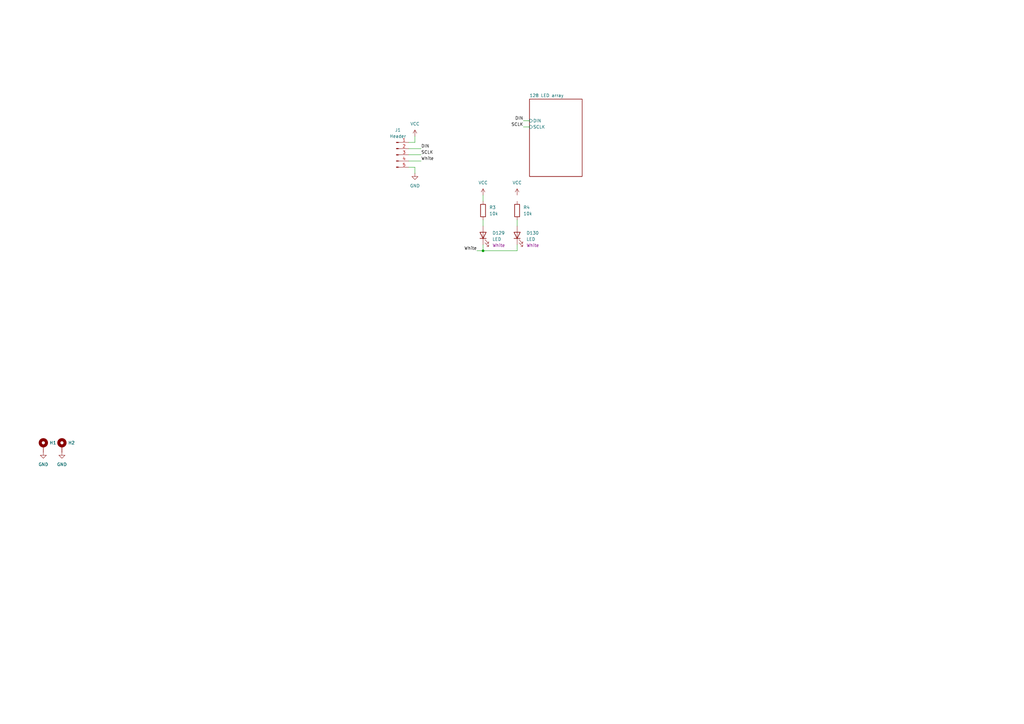
<source format=kicad_sch>
(kicad_sch (version 20231120) (generator "eeschema") (generator_version "8.0")
  (paper "A3")
  (lib_symbols
    (symbol "Connector:Conn_01x05_Pin" (pin_names (offset 1.016) hide)
      (property "Reference" "J" (at 0 7.62 0))
      (property "Value" "Conn_01x05_Pin" (at 0 -7.62 0))
      (symbol "Conn_01x05_Pin_1_1"
        (polyline (pts (xy 1.27 -5.08) (xy 0.8636 -5.08)) (stroke (width 0.1524)))
        (polyline (pts (xy 1.27 -2.54) (xy 0.8636 -2.54)) (stroke (width 0.1524)))
        (polyline (pts (xy 1.27 0) (xy 0.8636 0)) (stroke (width 0.1524)))
        (polyline (pts (xy 1.27 2.54) (xy 0.8636 2.54)) (stroke (width 0.1524)))
        (polyline (pts (xy 1.27 5.08) (xy 0.8636 5.08)) (stroke (width 0.1524)))
        (rectangle (start 0.8636 -4.953) (end 0 -5.207) (stroke (width 0.1524)) (fill (type outline)))
        (rectangle (start 0.8636 -2.413) (end 0 -2.667) (stroke (width 0.1524)) (fill (type outline)))
        (rectangle (start 0.8636 0.127) (end 0 -0.127) (stroke (width 0.1524)) (fill (type outline)))
        (rectangle (start 0.8636 2.667) (end 0 2.413) (stroke (width 0.1524)) (fill (type outline)))
        (rectangle (start 0.8636 5.207) (end 0 4.953) (stroke (width 0.1524)) (fill (type outline)))
        (pin passive line (at 5.08 5.08 180) (length 3.81) (name "Pin_1") (number "1"))
        (pin passive line (at 5.08 2.54 180) (length 3.81) (name "Pin_2") (number "2"))
        (pin passive line (at 5.08 0 180) (length 3.81) (name "Pin_3") (number "3"))
        (pin passive line (at 5.08 -2.54 180) (length 3.81) (name "Pin_4") (number "4"))
        (pin passive line (at 5.08 -5.08 180) (length 3.81) (name "Pin_5") (number "5"))
      )
    )
    (symbol "Device:LED" (pin_numbers hide) (pin_names (offset 1.016) hide)
      (property "Reference" "D" (at 0 2.54 0))
      (property "Value" "LED" (at 0 -2.54 0))
      (symbol "LED_0_1"
        (polyline (pts (xy -1.27 -1.27) (xy -1.27 1.27)) (stroke (width 0.254)))
        (polyline (pts (xy -1.27 0) (xy 1.27 0)))
        (polyline (pts (xy 1.27 -1.27) (xy 1.27 1.27) (xy -1.27 0) (xy 1.27 -1.27)) (stroke (width 0.254)))
        (polyline (pts (xy -3.048 -0.762) (xy -4.572 -2.286) (xy -3.81 -2.286) (xy -4.572 -2.286) (xy -4.572 -1.524)))
        (polyline (pts (xy -1.778 -0.762) (xy -3.302 -2.286) (xy -2.54 -2.286) (xy -3.302 -2.286) (xy -3.302 -1.524)))
      )
      (symbol "LED_1_1"
        (pin passive line (at -3.81 0 0) (length 2.54) (name "K") (number "1"))
        (pin passive line (at 3.81 0 180) (length 2.54) (name "A") (number "2"))
      )
    )
    (symbol "Device:R" (pin_numbers hide) (pin_names (offset 0))
      (property "Reference" "R" (at 2.032 0 90))
      (property "Value" "R" (at 0 0 90))
      (symbol "R_0_1"
        (rectangle (start -1.016 -2.54) (end 1.016 2.54) (stroke (width 0.254)))
      )
      (symbol "R_1_1"
        (pin passive line (at 0 3.81 270) (length 1.27) (name "~") (number "1"))
        (pin passive line (at 0 -3.81 90) (length 1.27) (name "~") (number "2"))
      )
    )
    (symbol "Mechanical:MountingHole_Pad" (pin_numbers hide) (pin_names (offset 1.016) hide) (exclude_from_sim yes) (in_bom no)
      (property "Reference" "H" (at 0 6.35 0))
      (property "Value" "MountingHole_Pad" (at 0 4.445 0))
      (symbol "MountingHole_Pad_0_1"
        (circle (center 0 1.27) (radius 1.27) (stroke (width 1.27)))
      )
      (symbol "MountingHole_Pad_1_1"
        (pin input line (at 0 -2.54 90) (length 2.54) (name "1") (number "1"))
      )
    )
    (symbol "power:GND" (power) (pin_numbers hide) (pin_names (offset 0) hide)
      (property "Value" "GND" (at 0 -3.81 0))
      (symbol "GND_0_1"
        (polyline (pts (xy 0 0) (xy 0 -1.27) (xy 1.27 -1.27) (xy 0 -2.54) (xy -1.27 -1.27) (xy 0 -1.27)))
      )
      (symbol "GND_1_1"
        (pin power_in line (at 0 0 270) (length 0) (name "~") (number "1"))
      )
    )
    (symbol "power:VCC" (power) (pin_names (offset 0))
      (property "Value" "VCC" (at 0 3.81 0))
      (symbol "VCC_0_1"
        (polyline (pts (xy -0.762 1.27) (xy 0 2.54)))
        (polyline (pts (xy 0 0) (xy 0 2.54)))
        (polyline (pts (xy 0 2.54) (xy 0.762 1.27)))
      )
      (symbol "VCC_1_1"
        (pin power_in line (at 0 0 90) (length 0) hide (name "VCC") (number "1"))
      )
    )
  )
  (junction (at 198.12 102.87))
  (wire (pts (xy 170.18 55.88) (xy 170.18 58.42)))
  (wire (pts (xy 195.58 102.87) (xy 198.12 102.87)))
  (wire (pts (xy 167.64 60.96) (xy 172.72 60.96)))
  (wire (pts (xy 214.63 52.07) (xy 217.17 52.07)))
  (wire (pts (xy 170.18 68.58) (xy 167.64 68.58)))
  (wire (pts (xy 170.18 71.12) (xy 170.18 68.58)))
  (wire (pts (xy 198.12 80.01) (xy 198.12 82.55)))
  (wire (pts (xy 212.09 90.17) (xy 212.09 92.71)))
  (wire (pts (xy 167.64 66.04) (xy 172.72 66.04)))
  (wire (pts (xy 212.09 100.33) (xy 212.09 102.87)))
  (wire (pts (xy 198.12 102.87) (xy 212.09 102.87)))
  (wire (pts (xy 167.64 63.5) (xy 172.72 63.5)))
  (wire (pts (xy 198.12 90.17) (xy 198.12 92.71)))
  (wire (pts (xy 167.64 58.42) (xy 170.18 58.42)))
  (wire (pts (xy 198.12 100.33) (xy 198.12 102.87)))
  (wire (pts (xy 214.63 49.53) (xy 217.17 49.53)))
  (label "SCLK" (at 172.72 63.5 0))
  (label "SCLK" (at 214.63 52.07 180))
  (label "White" (at 195.58 102.87 180))
  (label "White" (at 172.72 66.04 0))
  (label "DIN" (at 172.72 60.96 0))
  (label "DIN" (at 214.63 49.53 180))
  (symbol (lib_id "Connector:Conn_01x05_Pin") (at 162.56 63.5 0) (unit 1)
    (property "Reference" "J1" (at 163.195 53.34 0))
    (property "Value" "Header" (at 163.195 55.88 0))
    (property "Footprint" "Connector_PinHeader_2.54mm:PinHeader_1x05_P2.54mm_Vertical" (effects (hide yes)))
    (property "Description" "Generic connector, single row, 01x05, script generated" (effects (hide yes)))
  )
  (symbol (lib_id "Device:R") (at 198.12 86.36 0) (unit 1)
    (property "Reference" "R3" (at 200.66 85.09 0) (effects (justify left)))
    (property "Value" "10k" (at 200.66 87.63 0) (effects (justify left)))
    (property "Footprint" "Resistor_SMD:R_0805_2012Metric_Pad1.20x1.40mm_HandSolder" (effects (hide yes)))
  )
  (symbol (lib_id "power:VCC") (at 198.12 80.01 0) (unit 1)
    (property "Reference" "#PWR015" (effects (hide yes)))
    (property "Value" "VCC" (at 198.12 74.93 0))
  )
  (symbol (lib_id "Device:LED") (at 198.12 96.52 90) (unit 1)
    (property "Reference" "D129" (at 201.93 95.5674 90) (effects (justify right)))
    (property "Value" "LED" (at 201.93 98.1074 90) (effects (justify right)))
    (property "Footprint" "LED_SMD:LED_1206_3216Metric_Pad1.42x1.75mm_HandSolder" (effects (hide yes)))
    (property "Description" "Light emitting diode" (effects (hide yes)))
    (property "Colour" "White" (at 201.93 100.6474 90) (effects (justify right)))
  )
  (symbol (lib_id "power:VCC") (at 170.18 55.88 0) (unit 1)
    (property "Reference" "#PWR04" (effects (hide yes)))
    (property "Value" "VCC" (at 170.18 50.8 0))
  )
  (symbol (lib_id "power:GND") (at 17.78 185.42 0) (unit 1)
    (property "Reference" "#PWR01" (effects (hide yes)))
    (property "Value" "GND" (at 17.78 190.5 0))
    (property "Description" "Power symbol creates a global label with name \"GND\" , ground" (effects (hide yes)))
  )
  (symbol (lib_id "Mechanical:MountingHole_Pad") (at 17.78 182.88 0) (unit 1) (exclude_from_sim yes) (in_bom no)
    (property "Reference" "H1" (at 20.32 181.6099 0) (effects (justify left)))
    (property "Value" "MountingHole_Pad" (effects (hide yes)))
    (property "Footprint" "MountingHole:MountingHole_3.5mm_Pad" (effects (hide yes)))
    (property "Description" "Mounting Hole with connection" (effects (hide yes)))
  )
  (symbol (lib_id "Mechanical:MountingHole_Pad") (at 25.4 182.88 0) (unit 1) (exclude_from_sim yes) (in_bom no)
    (property "Reference" "H2" (at 27.94 181.6099 0) (effects (justify left)))
    (property "Value" "MountingHole_Pad" (effects (hide yes)))
    (property "Footprint" "MountingHole:MountingHole_3.5mm_Pad" (effects (hide yes)))
    (property "Description" "Mounting Hole with connection" (effects (hide yes)))
  )
  (symbol (lib_id "power:GND") (at 25.4 185.42 0) (unit 1)
    (property "Reference" "#PWR02" (effects (hide yes)))
    (property "Value" "GND" (at 25.4 190.5 0))
    (property "Description" "Power symbol creates a global label with name \"GND\" , ground" (effects (hide yes)))
  )
  (symbol (lib_id "Device:LED") (at 212.09 96.52 90) (unit 1)
    (property "Reference" "D130" (at 215.9 95.5674 90) (effects (justify right)))
    (property "Value" "LED" (at 215.9 98.1074 90) (effects (justify right)))
    (property "Footprint" "LED_SMD:LED_1206_3216Metric_Pad1.42x1.75mm_HandSolder" (effects (hide yes)))
    (property "Description" "Light emitting diode" (effects (hide yes)))
    (property "Colour" "White" (at 215.9 100.6474 90) (effects (justify right)))
  )
  (symbol (lib_id "power:VCC") (at 212.09 80.01 0) (unit 1)
    (property "Reference" "#PWR016" (effects (hide yes)))
    (property "Value" "VCC" (at 212.09 74.93 0))
  )
  (symbol (lib_id "power:GND") (at 170.18 71.12 0) (unit 1)
    (property "Reference" "#PWR03" (effects (hide yes)))
    (property "Value" "GND" (at 170.18 76.2 0))
    (property "Description" "Power symbol creates a global label with name \"GND\" , ground" (effects (hide yes)))
  )
  (symbol (lib_id "Device:R") (at 212.09 86.36 0) (unit 1)
    (property "Reference" "R4" (at 214.63 85.09 0) (effects (justify left)))
    (property "Value" "10k" (at 214.63 87.63 0) (effects (justify left)))
    (property "Footprint" "Resistor_SMD:R_0805_2012Metric_Pad1.20x1.40mm_HandSolder" (effects (hide yes)))
  )
  (sheet (at 217.17 40.64) (size 21.59 31.75) (stroke (width 0.1524))
    (property "Sheetname" "128 LED array" (at 217.17 39.9284 0) (effects (justify left bottom)))
    (property "Sheetfile" "128 LED Array.kicad_sch" (effects (hide yes)))
    (pin "DIN" input (at 217.17 49.53 180))
    (pin "SCLK" input (at 217.17 52.07 180))
  )
)
</source>
